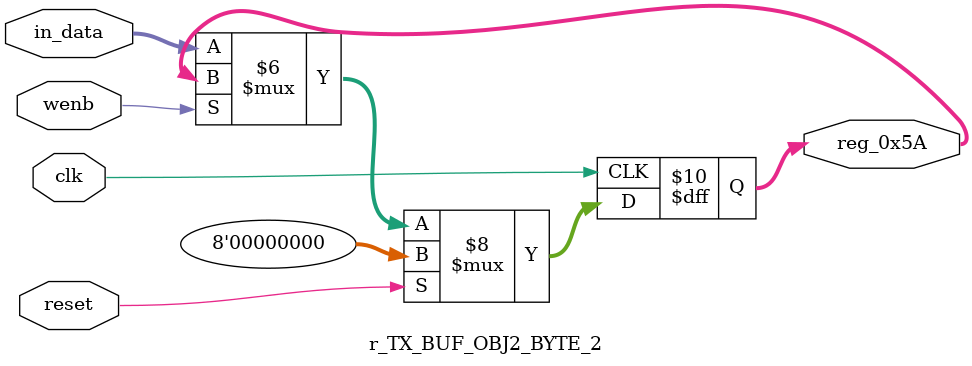
<source format=v>
module r_TX_BUF_OBJ2_BYTE_2(output reg [7:0] reg_0x5A, input wire reset, input wire wenb, input wire [7:0] in_data, input wire clk);
	always@(posedge clk)
	begin
		if(reset==0) begin
			if(wenb==0)
				reg_0x5A<=in_data;
			else
				reg_0x5A<=reg_0x5A;
		end
		else
			reg_0x5A<=8'h00;
	end
endmodule
</source>
